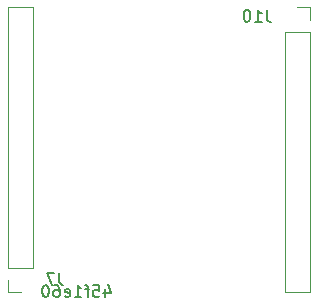
<source format=gbr>
G04 #@! TF.GenerationSoftware,KiCad,Pcbnew,5.1.5-rc1*
G04 #@! TF.CreationDate,2019-11-07T20:29:01+00:00*
G04 #@! TF.ProjectId,substrate_adapter,73756273-7472-4617-9465-5f6164617074,rev?*
G04 #@! TF.SameCoordinates,Original*
G04 #@! TF.FileFunction,Legend,Bot*
G04 #@! TF.FilePolarity,Positive*
%FSLAX46Y46*%
G04 Gerber Fmt 4.6, Leading zero omitted, Abs format (unit mm)*
G04 Created by KiCad (PCBNEW 5.1.5-rc1) date 2019-11-07 20:29:01*
%MOMM*%
%LPD*%
G04 APERTURE LIST*
%ADD10C,0.150000*%
%ADD11C,0.120000*%
G04 APERTURE END LIST*
D10*
X-4571428Y-11785714D02*
X-4571428Y-12452380D01*
X-4333333Y-11404761D02*
X-4095238Y-12119047D01*
X-4714285Y-12119047D01*
X-5571428Y-11452380D02*
X-5095238Y-11452380D01*
X-5047619Y-11928571D01*
X-5095238Y-11880952D01*
X-5190476Y-11833333D01*
X-5428571Y-11833333D01*
X-5523809Y-11880952D01*
X-5571428Y-11928571D01*
X-5619047Y-12023809D01*
X-5619047Y-12261904D01*
X-5571428Y-12357142D01*
X-5523809Y-12404761D01*
X-5428571Y-12452380D01*
X-5190476Y-12452380D01*
X-5095238Y-12404761D01*
X-5047619Y-12357142D01*
X-5904761Y-11785714D02*
X-6285714Y-11785714D01*
X-6047619Y-12452380D02*
X-6047619Y-11595238D01*
X-6095238Y-11500000D01*
X-6190476Y-11452380D01*
X-6285714Y-11452380D01*
X-7142857Y-12452380D02*
X-6571428Y-12452380D01*
X-6857142Y-12452380D02*
X-6857142Y-11452380D01*
X-6761904Y-11595238D01*
X-6666666Y-11690476D01*
X-6571428Y-11738095D01*
X-7952380Y-12404761D02*
X-7857142Y-12452380D01*
X-7666666Y-12452380D01*
X-7571428Y-12404761D01*
X-7523809Y-12309523D01*
X-7523809Y-11928571D01*
X-7571428Y-11833333D01*
X-7666666Y-11785714D01*
X-7857142Y-11785714D01*
X-7952380Y-11833333D01*
X-8000000Y-11928571D01*
X-8000000Y-12023809D01*
X-7523809Y-12119047D01*
X-8857142Y-11452380D02*
X-8666666Y-11452380D01*
X-8571428Y-11500000D01*
X-8523809Y-11547619D01*
X-8428571Y-11690476D01*
X-8380952Y-11880952D01*
X-8380952Y-12261904D01*
X-8428571Y-12357142D01*
X-8476190Y-12404761D01*
X-8571428Y-12452380D01*
X-8761904Y-12452380D01*
X-8857142Y-12404761D01*
X-8904761Y-12357142D01*
X-8952380Y-12261904D01*
X-8952380Y-12023809D01*
X-8904761Y-11928571D01*
X-8857142Y-11880952D01*
X-8761904Y-11833333D01*
X-8571428Y-11833333D01*
X-8476190Y-11880952D01*
X-8428571Y-11928571D01*
X-8380952Y-12023809D01*
X-9571428Y-11452380D02*
X-9666666Y-11452380D01*
X-9761904Y-11500000D01*
X-9809523Y-11547619D01*
X-9857142Y-11642857D01*
X-9904761Y-11833333D01*
X-9904761Y-12071428D01*
X-9857142Y-12261904D01*
X-9809523Y-12357142D01*
X-9761904Y-12404761D01*
X-9666666Y-12452380D01*
X-9571428Y-12452380D01*
X-9476190Y-12404761D01*
X-9428571Y-12357142D01*
X-9380952Y-12261904D01*
X-9333333Y-12071428D01*
X-9333333Y-11833333D01*
X-9380952Y-11642857D01*
X-9428571Y-11547619D01*
X-9476190Y-11500000D01*
X-9571428Y-11452380D01*
D11*
X-12760000Y-12060000D02*
X-11700000Y-12060000D01*
X-12760000Y-11000000D02*
X-12760000Y-12060000D01*
X-12760000Y-10000000D02*
X-10640000Y-10000000D01*
X-10640000Y-10000000D02*
X-10640000Y12060000D01*
X-12760000Y-10000000D02*
X-12760000Y12060000D01*
X-12760000Y12060000D02*
X-10640000Y12060000D01*
X12760000Y12060000D02*
X11700000Y12060000D01*
X12760000Y11000000D02*
X12760000Y12060000D01*
X12760000Y10000000D02*
X10640000Y10000000D01*
X10640000Y10000000D02*
X10640000Y-12060000D01*
X12760000Y10000000D02*
X12760000Y-12060000D01*
X12760000Y-12060000D02*
X10640000Y-12060000D01*
D10*
X-8466666Y-10452380D02*
X-8466666Y-11166666D01*
X-8419047Y-11309523D01*
X-8323809Y-11404761D01*
X-8180952Y-11452380D01*
X-8085714Y-11452380D01*
X-8847619Y-10452380D02*
X-9514285Y-10452380D01*
X-9085714Y-11452380D01*
X9109523Y11847619D02*
X9109523Y11133333D01*
X9157142Y10990476D01*
X9252380Y10895238D01*
X9395238Y10847619D01*
X9490476Y10847619D01*
X8109523Y10847619D02*
X8680952Y10847619D01*
X8395238Y10847619D02*
X8395238Y11847619D01*
X8490476Y11704761D01*
X8585714Y11609523D01*
X8680952Y11561904D01*
X7490476Y11847619D02*
X7395238Y11847619D01*
X7300000Y11800000D01*
X7252380Y11752380D01*
X7204761Y11657142D01*
X7157142Y11466666D01*
X7157142Y11228571D01*
X7204761Y11038095D01*
X7252380Y10942857D01*
X7300000Y10895238D01*
X7395238Y10847619D01*
X7490476Y10847619D01*
X7585714Y10895238D01*
X7633333Y10942857D01*
X7680952Y11038095D01*
X7728571Y11228571D01*
X7728571Y11466666D01*
X7680952Y11657142D01*
X7633333Y11752380D01*
X7585714Y11800000D01*
X7490476Y11847619D01*
M02*

</source>
